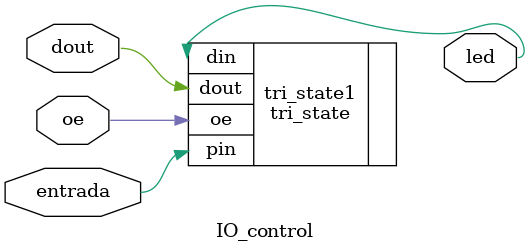
<source format=v>

`default_nettype none

module IO_control(entrada, oe, dout, led);
	
	inout wire entrada;
	input wire oe;
	input wire dout;
	output wire led;

	//-- Instanciamos modulo tri_state
	tri_state
	tri_state1(
		.pin(entrada),
		.oe(oe),
		.dout(dout),
		.din(led)
		);
endmodule

</source>
